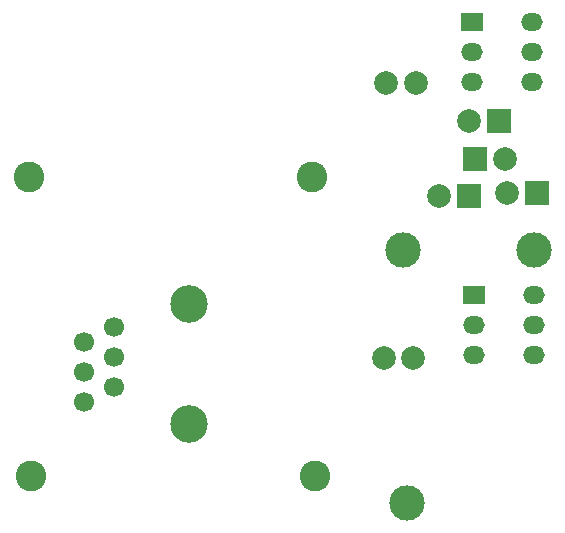
<source format=gbs>
G04 #@! TF.FileFunction,Soldermask,Bot*
%FSLAX46Y46*%
G04 Gerber Fmt 4.6, Leading zero omitted, Abs format (unit mm)*
G04 Created by KiCad (PCBNEW 4.0.2-stable) date 11/9/2016 4:35:35 PM*
%MOMM*%
G01*
G04 APERTURE LIST*
%ADD10C,0.150000*%
%ADD11C,3.000000*%
%ADD12C,2.600000*%
%ADD13C,1.700000*%
%ADD14C,3.180000*%
%ADD15C,2.000000*%
%ADD16R,2.000000X2.000000*%
%ADD17R,1.824000X1.524000*%
%ADD18O,1.824000X1.524000*%
G04 APERTURE END LIST*
D10*
D11*
X171700000Y-115000000D03*
D12*
X140000000Y-108800000D03*
X164000000Y-108800000D03*
X140200000Y-134150000D03*
X164200000Y-134150000D03*
D13*
X144660000Y-127875000D03*
X144660000Y-125335000D03*
X144660000Y-122795000D03*
X147200000Y-124065000D03*
X147200000Y-121525000D03*
X147200000Y-126605000D03*
D14*
X153550000Y-129780000D03*
X153550000Y-119620000D03*
D15*
X170250000Y-100900000D03*
X172750000Y-100900000D03*
D16*
X177800000Y-107300000D03*
D15*
X180340000Y-107300000D03*
D16*
X183000000Y-110200000D03*
D15*
X180460000Y-110200000D03*
D16*
X177300000Y-110400000D03*
D15*
X174760000Y-110400000D03*
D17*
X177560000Y-95700000D03*
D18*
X182640000Y-95700000D03*
X177560000Y-98240000D03*
X182640000Y-98240000D03*
X177560000Y-100780000D03*
X182640000Y-100780000D03*
D16*
X179800000Y-104100000D03*
D15*
X177260000Y-104100000D03*
D11*
X182800000Y-115000000D03*
X172000000Y-136400000D03*
D15*
X170050000Y-124200000D03*
X172550000Y-124200000D03*
D17*
X177660000Y-118800000D03*
D18*
X182740000Y-118800000D03*
X177660000Y-121340000D03*
X182740000Y-121340000D03*
X177660000Y-123880000D03*
X182740000Y-123880000D03*
M02*

</source>
